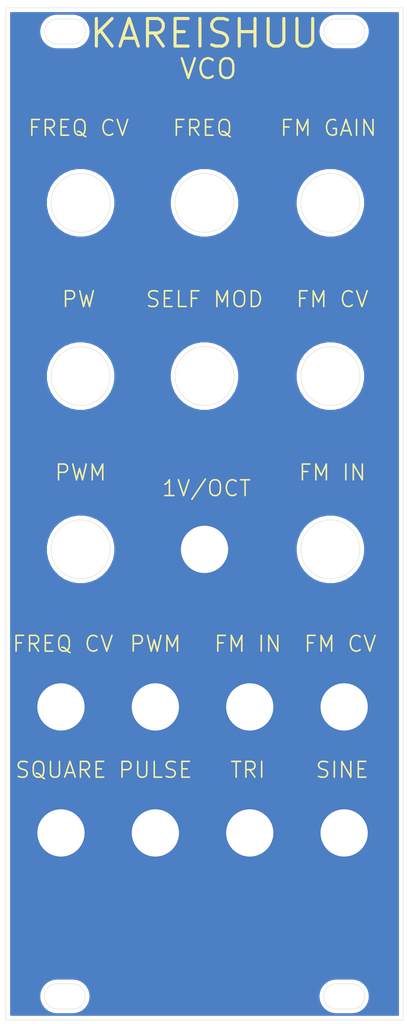
<source format=kicad_pcb>
(kicad_pcb (version 20171130) (host pcbnew "(5.1.5-0)")
  (layers (0 F.Cu signal) (31 B.Cu signal) (34 B.Paste user hide) (35 F.Paste user hide) (36 B.SilkS user) (37 F.SilkS user) (38 B.Mask user) (39 F.Mask user) (44 Edge.Cuts user))
  (net 0 "")
  (net 1 GND)
  (module "custom footprints:potleaf_small_copper" (layer F.Cu) (at 25.2 123.6)
    (fp_text reference REF** hide)
    (fp_text value potleaf_small_copper)
    (fp_poly (pts (xy -3.4036 -3.9751) (xy -3.0861 -3.7338) (xy -2.52095 -3.4163) (xy -1.92405 -2.9845) (xy -1.5494 -2.6035) (xy -1.14935 -2.03835) (xy -0.55245 -0.85725) (xy -0.254 -0.2921) (xy -0.2413 -0.2794) (xy -0.5715 -0.254) (xy -0.6731 -0.3048) (xy -1.0287 -0.55245) (xy -1.4351 -0.92075) (xy -1.7653 -1.27) (xy -2.1209 -1.7018) (xy -2.4003 -2.1209) (xy -2.5908 -2.3749) (xy -2.8448 -2.8321) (xy -3.0988 -3.2004) (xy -3.3401 -3.6195) (xy -3.6195 -4.1783)) (layer F.Cu) (width 0.1))
    (fp_poly (pts (xy -1.997075 -0.796925) (xy -1.660525 -0.701675) (xy -1.397 -0.6096) (xy -0.6985 -0.2032) (xy -0.66802 -0.17526) (xy -0.6604 -0.1905) (xy -0.6604 -0.1778) (xy -0.66802 -0.17526) (xy -0.7493 -0.0127) (xy -0.3556 0.127) (xy -0.56515 0.1524) (xy -0.95885 0.1778) (xy -1.4351 0.1778) (xy -1.8796 0.1143) (xy -2.3622 0) (xy -2.7559 -0.1143) (xy -3.1623 -0.3429) (xy -3.4798 -0.5715) (xy -3.8862 -0.6985) (xy -3.2385 -0.7493) (xy -2.7051 -0.7874) (xy -2.24155 -0.79375)) (layer F.Cu) (width 0.1))
    (fp_poly (pts (xy -0.13335 0.2667) (xy -0.50165 0.6985) (xy -0.9398 0.97155) (xy -1.3208 1.11125) (xy -2.0701 1.27635) (xy -1.5875 0.7493) (xy -1.1938 0.4826) (xy -0.8255 0.2794) (xy -0.3556 0.2032) (xy -0.3302 0.2032)) (layer F.Cu) (width 0.1))
    (fp_poly (pts (xy 0 -0.2159) (xy -0.211138 -0.022225) (xy 0.007937 0.073025) (xy 0.758825 0.61595) (xy 0.57785 0.7112) (xy 0 0.254) (xy 0.0127 1.3462) (xy -0.1016 1.2065) (xy -0.10795 0.3175) (xy -0.0635 0.3175) (xy -0.4445 0.1016) (xy -0.73025 -0.0508) (xy -0.56515 -0.3302)) (layer F.Cu) (width 0.1))
    (fp_poly (pts (xy 0.64135 0.2413) (xy 1.1938 0.5207) (xy 1.520825 0.847725) (xy 1.655763 1.077913) (xy 1.887538 1.347788) (xy 1.58115 1.26365) (xy 1.32715 1.18745) (xy 1.14935 1.12395) (xy 0.7747 0.9906) (xy 0.415925 0.796925) (xy 0.155575 0.511175) (xy 0.03175 0.34925) (xy 0.09525 0.38735) (xy 0.06985 0.32385) (xy 0.13335 0.1524)) (layer F.Cu) (width 0.1))
    (fp_poly (pts (xy 3.0734 -0.762) (xy 3.5052 -0.7366) (xy 4.083207 -0.726057) (xy 3.4036 -0.5715) (xy 2.9718 -0.381) (xy 2.6289 -0.1651) (xy 2.2098 0) (xy 1.6764 0.0889) (xy 1.2319 0.1143) (xy 0.65405 0.09525) (xy 0.0762 0.0762) (xy 0.0127 0) (xy 0.2286 -0.0635) (xy 0.235585 -0.1143) (xy 0.551815 -0.2413) (xy 1.08585 -0.4699) (xy 1.6383 -0.6731) (xy 2.032 -0.7874) (xy 2.4765 -0.7874)) (layer F.Cu) (width 0.1))
    (fp_poly (pts (xy 3.0607 -3.4163) (xy 2.8194 -2.921) (xy 2.6162 -2.4638) (xy 2.35585 -1.9431) (xy 2.0828 -1.5875) (xy 1.77165 -1.17475) (xy 1.30175 -0.78105) (xy 0.8001 -0.4445) (xy -0.3048 0.1524) (xy -0.2794 -0.1778) (xy 0.0254 -0.2286) (xy 0.27305 -0.66675) (xy 0.48895 -1.1303) (xy 0.65405 -1.4605) (xy 0.8382 -1.7526) (xy 1.0033 -2.0701) (xy 1.2827 -2.4257) (xy 1.5621 -2.7432) (xy 1.8923 -3.0353) (xy 2.2352 -3.2639) (xy 2.6162 -3.5179) (xy 3.0099 -3.7846) (xy 3.5433 -4.1783)) (layer F.Cu) (width 0.1))
    (fp_poly (pts (xy 0.2159 -5.5499) (xy 0.3175 -5.0673) (xy 0.4318 -4.6101) (xy 0.51435 -4.2799) (xy 0.57785 -3.8989) (xy 0.6223 -3.3782) (xy 0.6223 -2.8448) (xy 0.5715 -2.2606) (xy 0.508 -1.7399) (xy 0.365125 -1.2446) (xy 0.066675 -0.2286) (xy -0.14605 -0.2794) (xy -0.381 -1.1938) (xy -0.554038 -2.0574) (xy -0.538163 -2.8448) (xy -0.485775 -3.5052) (xy -0.32385 -4.2799) (xy -0.0889 -5.0927) (xy 0.0381 -5.8674) (xy 0.1016 -6.3881)) (layer F.Cu) (width 0.1))
  )
  (module "custom footprints:6mm_mounting_hole_thonkiconn" (layer F.Cu) (at 25.25 68.75)
    (fp_text reference TP1 hide)
    (fp_text value TestPoint)
    (pad 1 thru_hole circle (at 0 0) (size 6.1 6.1) (drill 6) (layers *.Cu *.Mask) (net 1 GND))
  )
  (module "custom footprints:6mm_mounting_hole_thonkiconn" (layer F.Cu) (at 43 104.75)
    (fp_text reference TP1 hide)
    (fp_text value TestPoint)
    (pad 1 thru_hole circle (at 0 0) (size 6.1 6.1) (drill 6) (layers *.Cu *.Mask) (net 1 GND))
  )
  (module "custom footprints:6mm_mounting_hole_thonkiconn" (layer F.Cu) (at 31 104.75)
    (fp_text reference TP1 hide)
    (fp_text value TestPoint)
    (pad 1 thru_hole circle (at 0 0) (size 6.1 6.1) (drill 6) (layers *.Cu *.Mask) (net 1 GND))
  )
  (module "custom footprints:6mm_mounting_hole_thonkiconn" (layer F.Cu) (at 19 104.75)
    (fp_text reference TP1 hide)
    (fp_text value TestPoint)
    (pad 1 thru_hole circle (at 0 0) (size 6.1 6.1) (drill 6) (layers *.Cu *.Mask) (net 1 GND))
  )
  (module "custom footprints:6mm_mounting_hole_thonkiconn" (layer F.Cu) (at 7 104.75)
    (fp_text reference TP1 hide)
    (fp_text value TestPoint)
    (pad 1 thru_hole circle (at 0 0) (size 6.1 6.1) (drill 6) (layers *.Cu *.Mask) (net 1 GND))
  )
  (module "custom footprints:6mm_mounting_hole_thonkiconn" (layer F.Cu) (at 7 88.75)
    (fp_text reference TP1 hide)
    (fp_text value TestPoint)
    (pad 1 thru_hole circle (at 0 0) (size 6.1 6.1) (drill 6) (layers *.Cu *.Mask) (net 1 GND))
  )
  (module "custom footprints:6mm_mounting_hole_thonkiconn" (layer F.Cu) (at 19 88.75)
    (fp_text reference TP1 hide)
    (fp_text value TestPoint)
    (pad 1 thru_hole circle (at 0 0) (size 6.1 6.1) (drill 6) (layers *.Cu *.Mask) (net 1 GND))
  )
  (module "custom footprints:6mm_mounting_hole_thonkiconn" (layer F.Cu) (at 43 88.75)
    (fp_text reference TP1 hide)
    (fp_text value TestPoint)
    (pad 1 thru_hole circle (at 0 0) (size 6.1 6.1) (drill 6) (layers *.Cu *.Mask) (net 1 GND))
  )
  (module "custom footprints:6mm_mounting_hole_thonkiconn" (layer F.Cu) (at 31 88.75)
    (fp_text reference TP1 hide)
    (fp_text value TestPoint)
    (pad 1 thru_hole circle (at 0 0) (size 6.1 6.1) (drill 6) (layers *.Cu *.Mask) (net 1 GND))
  )
  (gr_line (start 31 88.75) (end 42.75 88.75) (layer F.Cu) (width 2))
  (gr_line (start 7 104.75) (end 42.75 104.75) (layer F.Cu) (width 2))
  (gr_text "FM IN" (at 41.5 59) (layer F.SilkS) (effects (font (size 2 2) (thickness 0.2))))
  (gr_text 1V/OCT (at 25.5 61) (layer F.SilkS) (effects (font (size 2 2) (thickness 0.2))))
  (gr_text PWM (at 9.5 59) (layer F.SilkS) (effects (font (size 2 2) (thickness 0.2))))
  (gr_text "FREQ CV" (at 9.25 15.25) (layer F.SilkS) (effects (font (size 2 2) (thickness 0.2))))
  (gr_text SINE (at 42.75 96.75) (layer F.SilkS) (effects (font (size 2 2) (thickness 0.2))))
  (gr_text TRI (at 30.75 96.75) (layer F.SilkS) (effects (font (size 2 2) (thickness 0.2))))
  (gr_text "FM CV" (at 42.5 80.75) (layer F.SilkS) (effects (font (size 2 2) (thickness 0.2))))
  (gr_text "FM IN" (at 30.75 80.75) (layer F.SilkS) (effects (font (size 2 2) (thickness 0.2))))
  (gr_circle (center 41.25 68.75) (end 45 68.75) (layer Edge.Cuts) (width 0.05))
  (gr_circle (center 9.5 68.75) (end 13.25 68.75) (layer Edge.Cuts) (width 0.05))
  (gr_text PULSE (at 19 96.75) (layer F.SilkS) (effects (font (size 2 2) (thickness 0.2))))
  (gr_text SQUARE (at 7 96.75) (layer F.SilkS) (effects (font (size 2 2) (thickness 0.2))))
  (gr_text PWM (at 19 80.75) (layer F.SilkS) (effects (font (size 2 2) (thickness 0.2))))
  (gr_text "FREQ CV" (at 7.25 80.75) (layer F.SilkS) (effects (font (size 2 2) (thickness 0.2))))
  (gr_text "FM CV" (at 41.5 37) (layer F.SilkS) (effects (font (size 2 2) (thickness 0.2))))
  (gr_text "SELF MOD" (at 25.25 37) (layer F.SilkS) (effects (font (size 2 2) (thickness 0.2))))
  (gr_text PW (at 9.25 37) (layer F.SilkS) (effects (font (size 2 2) (thickness 0.2))))
  (gr_text "FM GAIN" (at 41 15.25) (layer F.SilkS) (effects (font (size 2 2) (thickness 0.2))))
  (gr_text FREQ (at 25 15.25) (layer F.SilkS) (effects (font (size 2 2) (thickness 0.2))))
  (gr_circle (center 41.25 46.75) (end 45 46.75) (layer Edge.Cuts) (width 0.05))
  (gr_circle (center 25.25 46.75) (end 29 46.75) (layer Edge.Cuts) (width 0.05))
  (gr_circle (center 9.5 46.75) (end 13.25 46.75) (layer Edge.Cuts) (width 0.05))
  (gr_circle (center 9.5 24.75) (end 13.25 24.75) (layer Edge.Cuts) (width 0.05))
  (gr_circle (center 25.25 24.75) (end 29 24.75) (layer Edge.Cuts) (width 0.05))
  (gr_circle (center 41.25 24.75) (end 45 24.75) (layer Edge.Cuts) (width 0.05))
  (gr_text VCO (at 25.75 7.75) (layer F.SilkS) (effects (font (size 2.5 2.5) (thickness 0.3))))
  (gr_text KAREISHUU (at 25.25 3.25) (layer F.SilkS) (effects (font (size 3.5 3.5) (thickness 0.4))))
  (gr_arc (start 8.5 125.5) (end 8.5 127.1) (angle -180) (layer Edge.Cuts) (width 0.05))
  (gr_line (start 6.5 123.9) (end 8.5 123.9) (layer Edge.Cuts) (width 0.05))
  (gr_arc (start 6.5 125.5) (end 6.5 123.9) (angle -180) (layer Edge.Cuts) (width 0.05))
  (gr_line (start 6.5 127.1) (end 8.5 127.1) (layer Edge.Cuts) (width 0.05))
  (gr_arc (start 8.5 3) (end 8.5 4.6) (angle -180) (layer Edge.Cuts) (width 0.05))
  (gr_line (start 6.5 1.4) (end 8.5 1.4) (layer Edge.Cuts) (width 0.05))
  (gr_arc (start 6.5 3) (end 6.5 1.4) (angle -180) (layer Edge.Cuts) (width 0.05))
  (gr_line (start 6.5 4.6) (end 8.5 4.6) (layer Edge.Cuts) (width 0.05))
  (gr_arc (start 44 125.5) (end 44 127.1) (angle -180) (layer Edge.Cuts) (width 0.05))
  (gr_line (start 42 123.9) (end 44 123.9) (layer Edge.Cuts) (width 0.05))
  (gr_arc (start 42 125.5) (end 42 123.9) (angle -180) (layer Edge.Cuts) (width 0.05))
  (gr_line (start 42 127.1) (end 44 127.1) (layer Edge.Cuts) (width 0.05))
  (gr_line (start 42 1.4) (end 44 1.4) (layer Edge.Cuts) (width 0.05))
  (gr_line (start 42 4.6) (end 44 4.6) (layer Edge.Cuts) (width 0.05))
  (gr_arc (start 42 3) (end 42 1.4) (angle -180) (layer Edge.Cuts) (width 0.05))
  (gr_arc (start 44 3) (end 44 4.6) (angle -180) (layer Edge.Cuts) (width 0.05))
  (gr_line (start 0 128.5) (end 0 0) (layer Edge.Cuts) (width 0.05))
  (gr_line (start 50.5 128.5) (end 0 128.5) (layer Edge.Cuts) (width 0.05))
  (gr_line (start 50.5 0) (end 50.5 128.5) (layer Edge.Cuts) (width 0.05))
  (gr_line (start 0 0) (end 50.5 0) (layer Edge.Cuts) (width 0.05))
  (zone (net 1) (net_name GND) (layer B.Cu) (connect_pads yes (clearance 0.508)) (min_thickness 0.254) (fill yes (arc_segments 32) (thermal_gap 0.508) (thermal_bridge_width 0.508))
    (polygon (pts (xy 2.625 -0.75) (xy 51 -0.75) (xy 51 129) (xy -0.5 129) (xy -0.75 -0.5) (xy -0.75 -1) (xy 0.466216 -0.837838) (xy -0.5 -0.75) (xy 1.125 -0.75) (xy 3 -0.5) (xy 2.625 -0.75) (xy 1.125 -0.75) (xy 0.466216 -0.837838) (xy 2.25 -1)))
  )
)
</source>
